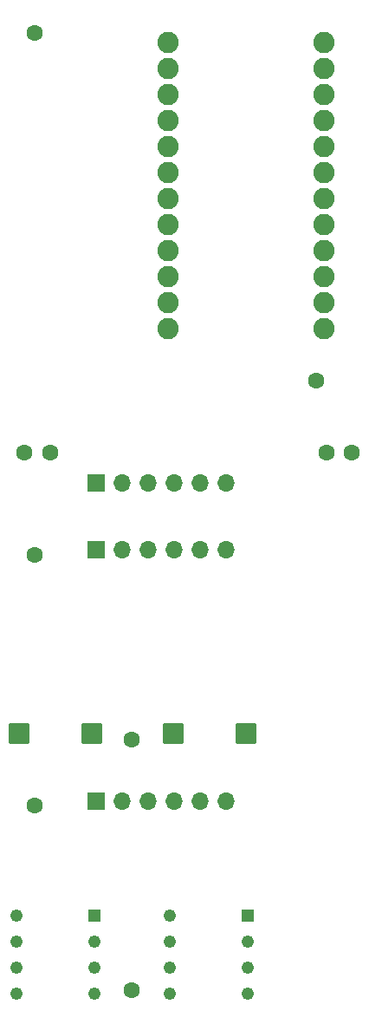
<source format=gbr>
%TF.GenerationSoftware,KiCad,Pcbnew,8.0.1-8.0.1-1~ubuntu22.04.1*%
%TF.CreationDate,2024-04-18T21:36:37+09:00*%
%TF.ProjectId,diy_oled_3d_controller,6469795f-6f6c-4656-945f-33645f636f6e,rev?*%
%TF.SameCoordinates,Original*%
%TF.FileFunction,Soldermask,Bot*%
%TF.FilePolarity,Negative*%
%FSLAX46Y46*%
G04 Gerber Fmt 4.6, Leading zero omitted, Abs format (unit mm)*
G04 Created by KiCad (PCBNEW 8.0.1-8.0.1-1~ubuntu22.04.1) date 2024-04-18 21:36:37*
%MOMM*%
%LPD*%
G01*
G04 APERTURE LIST*
G04 Aperture macros list*
%AMRoundRect*
0 Rectangle with rounded corners*
0 $1 Rounding radius*
0 $2 $3 $4 $5 $6 $7 $8 $9 X,Y pos of 4 corners*
0 Add a 4 corners polygon primitive as box body*
4,1,4,$2,$3,$4,$5,$6,$7,$8,$9,$2,$3,0*
0 Add four circle primitives for the rounded corners*
1,1,$1+$1,$2,$3*
1,1,$1+$1,$4,$5*
1,1,$1+$1,$6,$7*
1,1,$1+$1,$8,$9*
0 Add four rect primitives between the rounded corners*
20,1,$1+$1,$2,$3,$4,$5,0*
20,1,$1+$1,$4,$5,$6,$7,0*
20,1,$1+$1,$6,$7,$8,$9,0*
20,1,$1+$1,$8,$9,$2,$3,0*%
G04 Aperture macros list end*
%ADD10C,1.600000*%
%ADD11R,1.700000X1.700000*%
%ADD12O,1.700000X1.700000*%
%ADD13C,2.082800*%
%ADD14R,1.220000X1.220000*%
%ADD15C,1.220000*%
%ADD16RoundRect,0.102000X-0.875000X-0.900000X0.875000X-0.900000X0.875000X0.900000X-0.875000X0.900000X0*%
%ADD17RoundRect,0.102000X0.875000X0.900000X-0.875000X0.900000X-0.875000X-0.900000X0.875000X-0.900000X0*%
G04 APERTURE END LIST*
D10*
%TO.C,H6*%
X104500000Y-131000000D03*
%TD*%
%TO.C,H5*%
X95000000Y-113000000D03*
%TD*%
%TO.C,H4*%
X104500000Y-106500000D03*
%TD*%
%TO.C,H3*%
X95000000Y-88500000D03*
%TD*%
%TO.C,H2*%
X122500000Y-71500000D03*
%TD*%
%TO.C,H1*%
X95000000Y-37500000D03*
%TD*%
%TO.C,C1*%
X96500000Y-78500000D03*
X94000000Y-78500000D03*
%TD*%
D11*
%TO.C,J3*%
X101000000Y-112500000D03*
D12*
X103540000Y-112500000D03*
X106080000Y-112500000D03*
X108620000Y-112500000D03*
X111160000Y-112500000D03*
X113700000Y-112500000D03*
%TD*%
D13*
%TO.C,B1*%
X108000000Y-38420000D03*
X108000000Y-40960000D03*
X108000000Y-43500000D03*
X108000000Y-46040000D03*
X108000000Y-48580000D03*
X108000000Y-51120000D03*
X108000000Y-53660000D03*
X108000000Y-56200000D03*
X108000000Y-58740000D03*
X108000000Y-61280000D03*
X108000000Y-63820000D03*
X108000000Y-66360000D03*
X123240000Y-66360000D03*
X123240000Y-63820000D03*
X123240000Y-61280000D03*
X123240000Y-58740000D03*
X123240000Y-56200000D03*
X123240000Y-53660000D03*
X123240000Y-51120000D03*
X123240000Y-48580000D03*
X123240000Y-46040000D03*
X123240000Y-43500000D03*
X123240000Y-40960000D03*
X123240000Y-38420000D03*
%TD*%
D11*
%TO.C,J1*%
X101000000Y-81500000D03*
D12*
X103540000Y-81500000D03*
X106080000Y-81500000D03*
X108620000Y-81500000D03*
X111160000Y-81500000D03*
X113700000Y-81500000D03*
%TD*%
D11*
%TO.C,J2*%
X101000000Y-88000000D03*
D12*
X103540000Y-88000000D03*
X106080000Y-88000000D03*
X108620000Y-88000000D03*
X111160000Y-88000000D03*
X113700000Y-88000000D03*
%TD*%
D10*
%TO.C,C2*%
X123500000Y-78500000D03*
X126000000Y-78500000D03*
%TD*%
D14*
%TO.C,U2*%
X115815000Y-123690000D03*
D15*
X115815000Y-126230000D03*
X115815000Y-128770000D03*
X115815000Y-131310000D03*
X108185000Y-131310000D03*
X108185000Y-128770000D03*
X108185000Y-126230000D03*
X108185000Y-123690000D03*
%TD*%
D16*
%TO.C,D9*%
X115650000Y-105970000D03*
X108500000Y-105970000D03*
%TD*%
D17*
%TO.C,D10*%
X93425000Y-105970000D03*
X100575000Y-105970000D03*
%TD*%
D14*
%TO.C,U1*%
X100815000Y-123690000D03*
D15*
X100815000Y-126230000D03*
X100815000Y-128770000D03*
X100815000Y-131310000D03*
X93185000Y-131310000D03*
X93185000Y-128770000D03*
X93185000Y-126230000D03*
X93185000Y-123690000D03*
%TD*%
M02*

</source>
